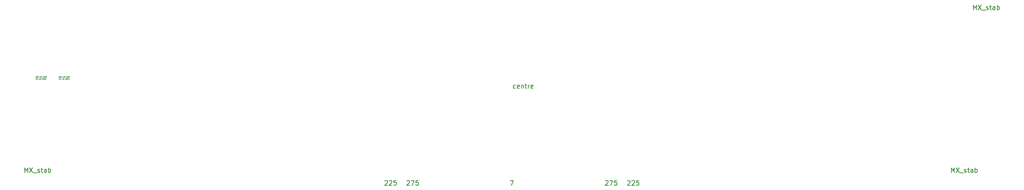
<source format=gbr>
%TF.GenerationSoftware,KiCad,Pcbnew,8.0.8*%
%TF.CreationDate,2025-02-11T12:17:45+01:00*%
%TF.ProjectId,forti rev 3,666f7274-6920-4726-9576-20332e6b6963,rev?*%
%TF.SameCoordinates,Original*%
%TF.FileFunction,Other,Comment*%
%FSLAX46Y46*%
G04 Gerber Fmt 4.6, Leading zero omitted, Abs format (unit mm)*
G04 Created by KiCad (PCBNEW 8.0.8) date 2025-02-11 12:17:45*
%MOMM*%
%LPD*%
G01*
G04 APERTURE LIST*
%ADD10C,0.150000*%
%ADD11C,0.030000*%
G04 APERTURE END LIST*
D10*
X150784100Y-69672200D02*
X150688862Y-69719819D01*
X150688862Y-69719819D02*
X150498386Y-69719819D01*
X150498386Y-69719819D02*
X150403148Y-69672200D01*
X150403148Y-69672200D02*
X150355529Y-69624580D01*
X150355529Y-69624580D02*
X150307910Y-69529342D01*
X150307910Y-69529342D02*
X150307910Y-69243628D01*
X150307910Y-69243628D02*
X150355529Y-69148390D01*
X150355529Y-69148390D02*
X150403148Y-69100771D01*
X150403148Y-69100771D02*
X150498386Y-69053152D01*
X150498386Y-69053152D02*
X150688862Y-69053152D01*
X150688862Y-69053152D02*
X150784100Y-69100771D01*
X151593624Y-69672200D02*
X151498386Y-69719819D01*
X151498386Y-69719819D02*
X151307910Y-69719819D01*
X151307910Y-69719819D02*
X151212672Y-69672200D01*
X151212672Y-69672200D02*
X151165053Y-69576961D01*
X151165053Y-69576961D02*
X151165053Y-69196009D01*
X151165053Y-69196009D02*
X151212672Y-69100771D01*
X151212672Y-69100771D02*
X151307910Y-69053152D01*
X151307910Y-69053152D02*
X151498386Y-69053152D01*
X151498386Y-69053152D02*
X151593624Y-69100771D01*
X151593624Y-69100771D02*
X151641243Y-69196009D01*
X151641243Y-69196009D02*
X151641243Y-69291247D01*
X151641243Y-69291247D02*
X151165053Y-69386485D01*
X152069815Y-69053152D02*
X152069815Y-69719819D01*
X152069815Y-69148390D02*
X152117434Y-69100771D01*
X152117434Y-69100771D02*
X152212672Y-69053152D01*
X152212672Y-69053152D02*
X152355529Y-69053152D01*
X152355529Y-69053152D02*
X152450767Y-69100771D01*
X152450767Y-69100771D02*
X152498386Y-69196009D01*
X152498386Y-69196009D02*
X152498386Y-69719819D01*
X152831720Y-69053152D02*
X153212672Y-69053152D01*
X152974577Y-68719819D02*
X152974577Y-69576961D01*
X152974577Y-69576961D02*
X153022196Y-69672200D01*
X153022196Y-69672200D02*
X153117434Y-69719819D01*
X153117434Y-69719819D02*
X153212672Y-69719819D01*
X153546006Y-69719819D02*
X153546006Y-69053152D01*
X153546006Y-69243628D02*
X153593625Y-69148390D01*
X153593625Y-69148390D02*
X153641244Y-69100771D01*
X153641244Y-69100771D02*
X153736482Y-69053152D01*
X153736482Y-69053152D02*
X153831720Y-69053152D01*
X154546006Y-69672200D02*
X154450768Y-69719819D01*
X154450768Y-69719819D02*
X154260292Y-69719819D01*
X154260292Y-69719819D02*
X154165054Y-69672200D01*
X154165054Y-69672200D02*
X154117435Y-69576961D01*
X154117435Y-69576961D02*
X154117435Y-69196009D01*
X154117435Y-69196009D02*
X154165054Y-69100771D01*
X154165054Y-69100771D02*
X154260292Y-69053152D01*
X154260292Y-69053152D02*
X154450768Y-69053152D01*
X154450768Y-69053152D02*
X154546006Y-69100771D01*
X154546006Y-69100771D02*
X154593625Y-69196009D01*
X154593625Y-69196009D02*
X154593625Y-69291247D01*
X154593625Y-69291247D02*
X154117435Y-69386485D01*
X149685417Y-89751819D02*
X150352083Y-89751819D01*
X150352083Y-89751819D02*
X149923512Y-90751819D01*
X44839285Y-87957819D02*
X44839285Y-86957819D01*
X44839285Y-86957819D02*
X45172618Y-87672104D01*
X45172618Y-87672104D02*
X45505951Y-86957819D01*
X45505951Y-86957819D02*
X45505951Y-87957819D01*
X45886904Y-86957819D02*
X46553570Y-87957819D01*
X46553570Y-86957819D02*
X45886904Y-87957819D01*
X46696428Y-88053057D02*
X47458332Y-88053057D01*
X47648809Y-87910200D02*
X47744047Y-87957819D01*
X47744047Y-87957819D02*
X47934523Y-87957819D01*
X47934523Y-87957819D02*
X48029761Y-87910200D01*
X48029761Y-87910200D02*
X48077380Y-87814961D01*
X48077380Y-87814961D02*
X48077380Y-87767342D01*
X48077380Y-87767342D02*
X48029761Y-87672104D01*
X48029761Y-87672104D02*
X47934523Y-87624485D01*
X47934523Y-87624485D02*
X47791666Y-87624485D01*
X47791666Y-87624485D02*
X47696428Y-87576866D01*
X47696428Y-87576866D02*
X47648809Y-87481628D01*
X47648809Y-87481628D02*
X47648809Y-87434009D01*
X47648809Y-87434009D02*
X47696428Y-87338771D01*
X47696428Y-87338771D02*
X47791666Y-87291152D01*
X47791666Y-87291152D02*
X47934523Y-87291152D01*
X47934523Y-87291152D02*
X48029761Y-87338771D01*
X48363095Y-87291152D02*
X48744047Y-87291152D01*
X48505952Y-86957819D02*
X48505952Y-87814961D01*
X48505952Y-87814961D02*
X48553571Y-87910200D01*
X48553571Y-87910200D02*
X48648809Y-87957819D01*
X48648809Y-87957819D02*
X48744047Y-87957819D01*
X49505952Y-87957819D02*
X49505952Y-87434009D01*
X49505952Y-87434009D02*
X49458333Y-87338771D01*
X49458333Y-87338771D02*
X49363095Y-87291152D01*
X49363095Y-87291152D02*
X49172619Y-87291152D01*
X49172619Y-87291152D02*
X49077381Y-87338771D01*
X49505952Y-87910200D02*
X49410714Y-87957819D01*
X49410714Y-87957819D02*
X49172619Y-87957819D01*
X49172619Y-87957819D02*
X49077381Y-87910200D01*
X49077381Y-87910200D02*
X49029762Y-87814961D01*
X49029762Y-87814961D02*
X49029762Y-87719723D01*
X49029762Y-87719723D02*
X49077381Y-87624485D01*
X49077381Y-87624485D02*
X49172619Y-87576866D01*
X49172619Y-87576866D02*
X49410714Y-87576866D01*
X49410714Y-87576866D02*
X49505952Y-87529247D01*
X49982143Y-87957819D02*
X49982143Y-86957819D01*
X49982143Y-87338771D02*
X50077381Y-87291152D01*
X50077381Y-87291152D02*
X50267857Y-87291152D01*
X50267857Y-87291152D02*
X50363095Y-87338771D01*
X50363095Y-87338771D02*
X50410714Y-87386390D01*
X50410714Y-87386390D02*
X50458333Y-87481628D01*
X50458333Y-87481628D02*
X50458333Y-87767342D01*
X50458333Y-87767342D02*
X50410714Y-87862580D01*
X50410714Y-87862580D02*
X50363095Y-87910200D01*
X50363095Y-87910200D02*
X50267857Y-87957819D01*
X50267857Y-87957819D02*
X50077381Y-87957819D01*
X50077381Y-87957819D02*
X49982143Y-87910200D01*
X249626785Y-52651819D02*
X249626785Y-51651819D01*
X249626785Y-51651819D02*
X249960118Y-52366104D01*
X249960118Y-52366104D02*
X250293451Y-51651819D01*
X250293451Y-51651819D02*
X250293451Y-52651819D01*
X250674404Y-51651819D02*
X251341070Y-52651819D01*
X251341070Y-51651819D02*
X250674404Y-52651819D01*
X251483928Y-52747057D02*
X252245832Y-52747057D01*
X252436309Y-52604200D02*
X252531547Y-52651819D01*
X252531547Y-52651819D02*
X252722023Y-52651819D01*
X252722023Y-52651819D02*
X252817261Y-52604200D01*
X252817261Y-52604200D02*
X252864880Y-52508961D01*
X252864880Y-52508961D02*
X252864880Y-52461342D01*
X252864880Y-52461342D02*
X252817261Y-52366104D01*
X252817261Y-52366104D02*
X252722023Y-52318485D01*
X252722023Y-52318485D02*
X252579166Y-52318485D01*
X252579166Y-52318485D02*
X252483928Y-52270866D01*
X252483928Y-52270866D02*
X252436309Y-52175628D01*
X252436309Y-52175628D02*
X252436309Y-52128009D01*
X252436309Y-52128009D02*
X252483928Y-52032771D01*
X252483928Y-52032771D02*
X252579166Y-51985152D01*
X252579166Y-51985152D02*
X252722023Y-51985152D01*
X252722023Y-51985152D02*
X252817261Y-52032771D01*
X253150595Y-51985152D02*
X253531547Y-51985152D01*
X253293452Y-51651819D02*
X253293452Y-52508961D01*
X253293452Y-52508961D02*
X253341071Y-52604200D01*
X253341071Y-52604200D02*
X253436309Y-52651819D01*
X253436309Y-52651819D02*
X253531547Y-52651819D01*
X254293452Y-52651819D02*
X254293452Y-52128009D01*
X254293452Y-52128009D02*
X254245833Y-52032771D01*
X254245833Y-52032771D02*
X254150595Y-51985152D01*
X254150595Y-51985152D02*
X253960119Y-51985152D01*
X253960119Y-51985152D02*
X253864881Y-52032771D01*
X254293452Y-52604200D02*
X254198214Y-52651819D01*
X254198214Y-52651819D02*
X253960119Y-52651819D01*
X253960119Y-52651819D02*
X253864881Y-52604200D01*
X253864881Y-52604200D02*
X253817262Y-52508961D01*
X253817262Y-52508961D02*
X253817262Y-52413723D01*
X253817262Y-52413723D02*
X253864881Y-52318485D01*
X253864881Y-52318485D02*
X253960119Y-52270866D01*
X253960119Y-52270866D02*
X254198214Y-52270866D01*
X254198214Y-52270866D02*
X254293452Y-52223247D01*
X254769643Y-52651819D02*
X254769643Y-51651819D01*
X254769643Y-52032771D02*
X254864881Y-51985152D01*
X254864881Y-51985152D02*
X255055357Y-51985152D01*
X255055357Y-51985152D02*
X255150595Y-52032771D01*
X255150595Y-52032771D02*
X255198214Y-52080390D01*
X255198214Y-52080390D02*
X255245833Y-52175628D01*
X255245833Y-52175628D02*
X255245833Y-52461342D01*
X255245833Y-52461342D02*
X255198214Y-52556580D01*
X255198214Y-52556580D02*
X255150595Y-52604200D01*
X255150595Y-52604200D02*
X255055357Y-52651819D01*
X255055357Y-52651819D02*
X254864881Y-52651819D01*
X254864881Y-52651819D02*
X254769643Y-52604200D01*
X122586905Y-89847057D02*
X122634524Y-89799438D01*
X122634524Y-89799438D02*
X122729762Y-89751819D01*
X122729762Y-89751819D02*
X122967857Y-89751819D01*
X122967857Y-89751819D02*
X123063095Y-89799438D01*
X123063095Y-89799438D02*
X123110714Y-89847057D01*
X123110714Y-89847057D02*
X123158333Y-89942295D01*
X123158333Y-89942295D02*
X123158333Y-90037533D01*
X123158333Y-90037533D02*
X123110714Y-90180390D01*
X123110714Y-90180390D02*
X122539286Y-90751819D01*
X122539286Y-90751819D02*
X123158333Y-90751819D01*
X123539286Y-89847057D02*
X123586905Y-89799438D01*
X123586905Y-89799438D02*
X123682143Y-89751819D01*
X123682143Y-89751819D02*
X123920238Y-89751819D01*
X123920238Y-89751819D02*
X124015476Y-89799438D01*
X124015476Y-89799438D02*
X124063095Y-89847057D01*
X124063095Y-89847057D02*
X124110714Y-89942295D01*
X124110714Y-89942295D02*
X124110714Y-90037533D01*
X124110714Y-90037533D02*
X124063095Y-90180390D01*
X124063095Y-90180390D02*
X123491667Y-90751819D01*
X123491667Y-90751819D02*
X124110714Y-90751819D01*
X125015476Y-89751819D02*
X124539286Y-89751819D01*
X124539286Y-89751819D02*
X124491667Y-90228009D01*
X124491667Y-90228009D02*
X124539286Y-90180390D01*
X124539286Y-90180390D02*
X124634524Y-90132771D01*
X124634524Y-90132771D02*
X124872619Y-90132771D01*
X124872619Y-90132771D02*
X124967857Y-90180390D01*
X124967857Y-90180390D02*
X125015476Y-90228009D01*
X125015476Y-90228009D02*
X125063095Y-90323247D01*
X125063095Y-90323247D02*
X125063095Y-90561342D01*
X125063095Y-90561342D02*
X125015476Y-90656580D01*
X125015476Y-90656580D02*
X124967857Y-90704200D01*
X124967857Y-90704200D02*
X124872619Y-90751819D01*
X124872619Y-90751819D02*
X124634524Y-90751819D01*
X124634524Y-90751819D02*
X124539286Y-90704200D01*
X124539286Y-90704200D02*
X124491667Y-90656580D01*
X174974405Y-89847057D02*
X175022024Y-89799438D01*
X175022024Y-89799438D02*
X175117262Y-89751819D01*
X175117262Y-89751819D02*
X175355357Y-89751819D01*
X175355357Y-89751819D02*
X175450595Y-89799438D01*
X175450595Y-89799438D02*
X175498214Y-89847057D01*
X175498214Y-89847057D02*
X175545833Y-89942295D01*
X175545833Y-89942295D02*
X175545833Y-90037533D01*
X175545833Y-90037533D02*
X175498214Y-90180390D01*
X175498214Y-90180390D02*
X174926786Y-90751819D01*
X174926786Y-90751819D02*
X175545833Y-90751819D01*
X175926786Y-89847057D02*
X175974405Y-89799438D01*
X175974405Y-89799438D02*
X176069643Y-89751819D01*
X176069643Y-89751819D02*
X176307738Y-89751819D01*
X176307738Y-89751819D02*
X176402976Y-89799438D01*
X176402976Y-89799438D02*
X176450595Y-89847057D01*
X176450595Y-89847057D02*
X176498214Y-89942295D01*
X176498214Y-89942295D02*
X176498214Y-90037533D01*
X176498214Y-90037533D02*
X176450595Y-90180390D01*
X176450595Y-90180390D02*
X175879167Y-90751819D01*
X175879167Y-90751819D02*
X176498214Y-90751819D01*
X177402976Y-89751819D02*
X176926786Y-89751819D01*
X176926786Y-89751819D02*
X176879167Y-90228009D01*
X176879167Y-90228009D02*
X176926786Y-90180390D01*
X176926786Y-90180390D02*
X177022024Y-90132771D01*
X177022024Y-90132771D02*
X177260119Y-90132771D01*
X177260119Y-90132771D02*
X177355357Y-90180390D01*
X177355357Y-90180390D02*
X177402976Y-90228009D01*
X177402976Y-90228009D02*
X177450595Y-90323247D01*
X177450595Y-90323247D02*
X177450595Y-90561342D01*
X177450595Y-90561342D02*
X177402976Y-90656580D01*
X177402976Y-90656580D02*
X177355357Y-90704200D01*
X177355357Y-90704200D02*
X177260119Y-90751819D01*
X177260119Y-90751819D02*
X177022024Y-90751819D01*
X177022024Y-90751819D02*
X176926786Y-90704200D01*
X176926786Y-90704200D02*
X176879167Y-90656580D01*
X170211905Y-89847057D02*
X170259524Y-89799438D01*
X170259524Y-89799438D02*
X170354762Y-89751819D01*
X170354762Y-89751819D02*
X170592857Y-89751819D01*
X170592857Y-89751819D02*
X170688095Y-89799438D01*
X170688095Y-89799438D02*
X170735714Y-89847057D01*
X170735714Y-89847057D02*
X170783333Y-89942295D01*
X170783333Y-89942295D02*
X170783333Y-90037533D01*
X170783333Y-90037533D02*
X170735714Y-90180390D01*
X170735714Y-90180390D02*
X170164286Y-90751819D01*
X170164286Y-90751819D02*
X170783333Y-90751819D01*
X171116667Y-89751819D02*
X171783333Y-89751819D01*
X171783333Y-89751819D02*
X171354762Y-90751819D01*
X172640476Y-89751819D02*
X172164286Y-89751819D01*
X172164286Y-89751819D02*
X172116667Y-90228009D01*
X172116667Y-90228009D02*
X172164286Y-90180390D01*
X172164286Y-90180390D02*
X172259524Y-90132771D01*
X172259524Y-90132771D02*
X172497619Y-90132771D01*
X172497619Y-90132771D02*
X172592857Y-90180390D01*
X172592857Y-90180390D02*
X172640476Y-90228009D01*
X172640476Y-90228009D02*
X172688095Y-90323247D01*
X172688095Y-90323247D02*
X172688095Y-90561342D01*
X172688095Y-90561342D02*
X172640476Y-90656580D01*
X172640476Y-90656580D02*
X172592857Y-90704200D01*
X172592857Y-90704200D02*
X172497619Y-90751819D01*
X172497619Y-90751819D02*
X172259524Y-90751819D01*
X172259524Y-90751819D02*
X172164286Y-90704200D01*
X172164286Y-90704200D02*
X172116667Y-90656580D01*
X127349405Y-89847057D02*
X127397024Y-89799438D01*
X127397024Y-89799438D02*
X127492262Y-89751819D01*
X127492262Y-89751819D02*
X127730357Y-89751819D01*
X127730357Y-89751819D02*
X127825595Y-89799438D01*
X127825595Y-89799438D02*
X127873214Y-89847057D01*
X127873214Y-89847057D02*
X127920833Y-89942295D01*
X127920833Y-89942295D02*
X127920833Y-90037533D01*
X127920833Y-90037533D02*
X127873214Y-90180390D01*
X127873214Y-90180390D02*
X127301786Y-90751819D01*
X127301786Y-90751819D02*
X127920833Y-90751819D01*
X128254167Y-89751819D02*
X128920833Y-89751819D01*
X128920833Y-89751819D02*
X128492262Y-90751819D01*
X129777976Y-89751819D02*
X129301786Y-89751819D01*
X129301786Y-89751819D02*
X129254167Y-90228009D01*
X129254167Y-90228009D02*
X129301786Y-90180390D01*
X129301786Y-90180390D02*
X129397024Y-90132771D01*
X129397024Y-90132771D02*
X129635119Y-90132771D01*
X129635119Y-90132771D02*
X129730357Y-90180390D01*
X129730357Y-90180390D02*
X129777976Y-90228009D01*
X129777976Y-90228009D02*
X129825595Y-90323247D01*
X129825595Y-90323247D02*
X129825595Y-90561342D01*
X129825595Y-90561342D02*
X129777976Y-90656580D01*
X129777976Y-90656580D02*
X129730357Y-90704200D01*
X129730357Y-90704200D02*
X129635119Y-90751819D01*
X129635119Y-90751819D02*
X129397024Y-90751819D01*
X129397024Y-90751819D02*
X129301786Y-90704200D01*
X129301786Y-90704200D02*
X129254167Y-90656580D01*
X244864285Y-87957819D02*
X244864285Y-86957819D01*
X244864285Y-86957819D02*
X245197618Y-87672104D01*
X245197618Y-87672104D02*
X245530951Y-86957819D01*
X245530951Y-86957819D02*
X245530951Y-87957819D01*
X245911904Y-86957819D02*
X246578570Y-87957819D01*
X246578570Y-86957819D02*
X245911904Y-87957819D01*
X246721428Y-88053057D02*
X247483332Y-88053057D01*
X247673809Y-87910200D02*
X247769047Y-87957819D01*
X247769047Y-87957819D02*
X247959523Y-87957819D01*
X247959523Y-87957819D02*
X248054761Y-87910200D01*
X248054761Y-87910200D02*
X248102380Y-87814961D01*
X248102380Y-87814961D02*
X248102380Y-87767342D01*
X248102380Y-87767342D02*
X248054761Y-87672104D01*
X248054761Y-87672104D02*
X247959523Y-87624485D01*
X247959523Y-87624485D02*
X247816666Y-87624485D01*
X247816666Y-87624485D02*
X247721428Y-87576866D01*
X247721428Y-87576866D02*
X247673809Y-87481628D01*
X247673809Y-87481628D02*
X247673809Y-87434009D01*
X247673809Y-87434009D02*
X247721428Y-87338771D01*
X247721428Y-87338771D02*
X247816666Y-87291152D01*
X247816666Y-87291152D02*
X247959523Y-87291152D01*
X247959523Y-87291152D02*
X248054761Y-87338771D01*
X248388095Y-87291152D02*
X248769047Y-87291152D01*
X248530952Y-86957819D02*
X248530952Y-87814961D01*
X248530952Y-87814961D02*
X248578571Y-87910200D01*
X248578571Y-87910200D02*
X248673809Y-87957819D01*
X248673809Y-87957819D02*
X248769047Y-87957819D01*
X249530952Y-87957819D02*
X249530952Y-87434009D01*
X249530952Y-87434009D02*
X249483333Y-87338771D01*
X249483333Y-87338771D02*
X249388095Y-87291152D01*
X249388095Y-87291152D02*
X249197619Y-87291152D01*
X249197619Y-87291152D02*
X249102381Y-87338771D01*
X249530952Y-87910200D02*
X249435714Y-87957819D01*
X249435714Y-87957819D02*
X249197619Y-87957819D01*
X249197619Y-87957819D02*
X249102381Y-87910200D01*
X249102381Y-87910200D02*
X249054762Y-87814961D01*
X249054762Y-87814961D02*
X249054762Y-87719723D01*
X249054762Y-87719723D02*
X249102381Y-87624485D01*
X249102381Y-87624485D02*
X249197619Y-87576866D01*
X249197619Y-87576866D02*
X249435714Y-87576866D01*
X249435714Y-87576866D02*
X249530952Y-87529247D01*
X250007143Y-87957819D02*
X250007143Y-86957819D01*
X250007143Y-87338771D02*
X250102381Y-87291152D01*
X250102381Y-87291152D02*
X250292857Y-87291152D01*
X250292857Y-87291152D02*
X250388095Y-87338771D01*
X250388095Y-87338771D02*
X250435714Y-87386390D01*
X250435714Y-87386390D02*
X250483333Y-87481628D01*
X250483333Y-87481628D02*
X250483333Y-87767342D01*
X250483333Y-87767342D02*
X250435714Y-87862580D01*
X250435714Y-87862580D02*
X250388095Y-87910200D01*
X250388095Y-87910200D02*
X250292857Y-87957819D01*
X250292857Y-87957819D02*
X250102381Y-87957819D01*
X250102381Y-87957819D02*
X250007143Y-87910200D01*
D11*
X47219047Y-67759713D02*
X47219047Y-67559713D01*
X47219047Y-67559713D02*
X47333332Y-67759713D01*
X47333332Y-67759713D02*
X47333332Y-67559713D01*
X47457142Y-67759713D02*
X47438094Y-67750190D01*
X47438094Y-67750190D02*
X47428571Y-67740666D01*
X47428571Y-67740666D02*
X47419047Y-67721618D01*
X47419047Y-67721618D02*
X47419047Y-67664475D01*
X47419047Y-67664475D02*
X47428571Y-67645428D01*
X47428571Y-67645428D02*
X47438094Y-67635904D01*
X47438094Y-67635904D02*
X47457142Y-67626380D01*
X47457142Y-67626380D02*
X47485713Y-67626380D01*
X47485713Y-67626380D02*
X47504761Y-67635904D01*
X47504761Y-67635904D02*
X47514285Y-67645428D01*
X47514285Y-67645428D02*
X47523809Y-67664475D01*
X47523809Y-67664475D02*
X47523809Y-67721618D01*
X47523809Y-67721618D02*
X47514285Y-67740666D01*
X47514285Y-67740666D02*
X47504761Y-67750190D01*
X47504761Y-67750190D02*
X47485713Y-67759713D01*
X47485713Y-67759713D02*
X47457142Y-67759713D01*
X47828570Y-67654951D02*
X47761904Y-67654951D01*
X47761904Y-67759713D02*
X47761904Y-67559713D01*
X47761904Y-67559713D02*
X47857142Y-67559713D01*
X47933333Y-67740666D02*
X47942856Y-67750190D01*
X47942856Y-67750190D02*
X47933333Y-67759713D01*
X47933333Y-67759713D02*
X47923809Y-67750190D01*
X47923809Y-67750190D02*
X47933333Y-67740666D01*
X47933333Y-67740666D02*
X47933333Y-67759713D01*
X48142856Y-67740666D02*
X48133332Y-67750190D01*
X48133332Y-67750190D02*
X48104761Y-67759713D01*
X48104761Y-67759713D02*
X48085713Y-67759713D01*
X48085713Y-67759713D02*
X48057142Y-67750190D01*
X48057142Y-67750190D02*
X48038094Y-67731142D01*
X48038094Y-67731142D02*
X48028571Y-67712094D01*
X48028571Y-67712094D02*
X48019047Y-67673999D01*
X48019047Y-67673999D02*
X48019047Y-67645428D01*
X48019047Y-67645428D02*
X48028571Y-67607332D01*
X48028571Y-67607332D02*
X48038094Y-67588285D01*
X48038094Y-67588285D02*
X48057142Y-67569237D01*
X48057142Y-67569237D02*
X48085713Y-67559713D01*
X48085713Y-67559713D02*
X48104761Y-67559713D01*
X48104761Y-67559713D02*
X48133332Y-67569237D01*
X48133332Y-67569237D02*
X48142856Y-67578761D01*
X48314285Y-67626380D02*
X48314285Y-67759713D01*
X48228571Y-67626380D02*
X48228571Y-67731142D01*
X48228571Y-67731142D02*
X48238094Y-67750190D01*
X48238094Y-67750190D02*
X48257142Y-67759713D01*
X48257142Y-67759713D02*
X48285713Y-67759713D01*
X48285713Y-67759713D02*
X48304761Y-67750190D01*
X48304761Y-67750190D02*
X48314285Y-67740666D01*
X48533332Y-67626380D02*
X48609523Y-67626380D01*
X48561904Y-67559713D02*
X48561904Y-67731142D01*
X48561904Y-67731142D02*
X48571427Y-67750190D01*
X48571427Y-67750190D02*
X48590475Y-67759713D01*
X48590475Y-67759713D02*
X48609523Y-67759713D01*
X48676190Y-67759713D02*
X48676190Y-67626380D01*
X48676190Y-67664475D02*
X48685713Y-67645428D01*
X48685713Y-67645428D02*
X48695237Y-67635904D01*
X48695237Y-67635904D02*
X48714285Y-67626380D01*
X48714285Y-67626380D02*
X48733332Y-67626380D01*
X48885714Y-67759713D02*
X48885714Y-67654951D01*
X48885714Y-67654951D02*
X48876190Y-67635904D01*
X48876190Y-67635904D02*
X48857142Y-67626380D01*
X48857142Y-67626380D02*
X48819047Y-67626380D01*
X48819047Y-67626380D02*
X48800000Y-67635904D01*
X48885714Y-67750190D02*
X48866666Y-67759713D01*
X48866666Y-67759713D02*
X48819047Y-67759713D01*
X48819047Y-67759713D02*
X48800000Y-67750190D01*
X48800000Y-67750190D02*
X48790476Y-67731142D01*
X48790476Y-67731142D02*
X48790476Y-67712094D01*
X48790476Y-67712094D02*
X48800000Y-67693047D01*
X48800000Y-67693047D02*
X48819047Y-67683523D01*
X48819047Y-67683523D02*
X48866666Y-67683523D01*
X48866666Y-67683523D02*
X48885714Y-67673999D01*
X49066666Y-67750190D02*
X49047618Y-67759713D01*
X49047618Y-67759713D02*
X49009523Y-67759713D01*
X49009523Y-67759713D02*
X48990475Y-67750190D01*
X48990475Y-67750190D02*
X48980952Y-67740666D01*
X48980952Y-67740666D02*
X48971428Y-67721618D01*
X48971428Y-67721618D02*
X48971428Y-67664475D01*
X48971428Y-67664475D02*
X48980952Y-67645428D01*
X48980952Y-67645428D02*
X48990475Y-67635904D01*
X48990475Y-67635904D02*
X49009523Y-67626380D01*
X49009523Y-67626380D02*
X49047618Y-67626380D01*
X49047618Y-67626380D02*
X49066666Y-67635904D01*
X49152381Y-67759713D02*
X49152381Y-67559713D01*
X49171428Y-67683523D02*
X49228571Y-67759713D01*
X49228571Y-67626380D02*
X49152381Y-67702570D01*
X49304762Y-67750190D02*
X49323809Y-67759713D01*
X49323809Y-67759713D02*
X49361905Y-67759713D01*
X49361905Y-67759713D02*
X49380952Y-67750190D01*
X49380952Y-67750190D02*
X49390476Y-67731142D01*
X49390476Y-67731142D02*
X49390476Y-67721618D01*
X49390476Y-67721618D02*
X49380952Y-67702570D01*
X49380952Y-67702570D02*
X49361905Y-67693047D01*
X49361905Y-67693047D02*
X49333333Y-67693047D01*
X49333333Y-67693047D02*
X49314286Y-67683523D01*
X49314286Y-67683523D02*
X49304762Y-67664475D01*
X49304762Y-67664475D02*
X49304762Y-67654951D01*
X49304762Y-67654951D02*
X49314286Y-67635904D01*
X49314286Y-67635904D02*
X49333333Y-67626380D01*
X49333333Y-67626380D02*
X49361905Y-67626380D01*
X49361905Y-67626380D02*
X49380952Y-67635904D01*
X52085715Y-67359713D02*
X52085715Y-67159713D01*
X52200000Y-67359713D02*
X52114286Y-67245428D01*
X52200000Y-67159713D02*
X52085715Y-67273999D01*
X52285715Y-67254951D02*
X52352381Y-67254951D01*
X52380953Y-67359713D02*
X52285715Y-67359713D01*
X52285715Y-67359713D02*
X52285715Y-67159713D01*
X52285715Y-67159713D02*
X52380953Y-67159713D01*
X52466667Y-67254951D02*
X52533333Y-67254951D01*
X52561905Y-67359713D02*
X52466667Y-67359713D01*
X52466667Y-67359713D02*
X52466667Y-67159713D01*
X52466667Y-67159713D02*
X52561905Y-67159713D01*
X52647619Y-67359713D02*
X52647619Y-67159713D01*
X52647619Y-67159713D02*
X52723809Y-67159713D01*
X52723809Y-67159713D02*
X52742857Y-67169237D01*
X52742857Y-67169237D02*
X52752380Y-67178761D01*
X52752380Y-67178761D02*
X52761904Y-67197809D01*
X52761904Y-67197809D02*
X52761904Y-67226380D01*
X52761904Y-67226380D02*
X52752380Y-67245428D01*
X52752380Y-67245428D02*
X52742857Y-67254951D01*
X52742857Y-67254951D02*
X52723809Y-67264475D01*
X52723809Y-67264475D02*
X52647619Y-67264475D01*
X52847619Y-67283523D02*
X53000000Y-67283523D01*
X53133333Y-67159713D02*
X53171428Y-67159713D01*
X53171428Y-67159713D02*
X53190476Y-67169237D01*
X53190476Y-67169237D02*
X53209523Y-67188285D01*
X53209523Y-67188285D02*
X53219047Y-67226380D01*
X53219047Y-67226380D02*
X53219047Y-67293047D01*
X53219047Y-67293047D02*
X53209523Y-67331142D01*
X53209523Y-67331142D02*
X53190476Y-67350190D01*
X53190476Y-67350190D02*
X53171428Y-67359713D01*
X53171428Y-67359713D02*
X53133333Y-67359713D01*
X53133333Y-67359713D02*
X53114285Y-67350190D01*
X53114285Y-67350190D02*
X53095238Y-67331142D01*
X53095238Y-67331142D02*
X53085714Y-67293047D01*
X53085714Y-67293047D02*
X53085714Y-67226380D01*
X53085714Y-67226380D02*
X53095238Y-67188285D01*
X53095238Y-67188285D02*
X53114285Y-67169237D01*
X53114285Y-67169237D02*
X53133333Y-67159713D01*
X53304762Y-67159713D02*
X53304762Y-67321618D01*
X53304762Y-67321618D02*
X53314285Y-67340666D01*
X53314285Y-67340666D02*
X53323809Y-67350190D01*
X53323809Y-67350190D02*
X53342857Y-67359713D01*
X53342857Y-67359713D02*
X53380952Y-67359713D01*
X53380952Y-67359713D02*
X53400000Y-67350190D01*
X53400000Y-67350190D02*
X53409523Y-67340666D01*
X53409523Y-67340666D02*
X53419047Y-67321618D01*
X53419047Y-67321618D02*
X53419047Y-67159713D01*
X53485714Y-67159713D02*
X53600000Y-67159713D01*
X53542857Y-67359713D02*
X53542857Y-67159713D01*
X53800000Y-67159713D02*
X53933333Y-67159713D01*
X53933333Y-67159713D02*
X53800000Y-67359713D01*
X53800000Y-67359713D02*
X53933333Y-67359713D01*
X54047619Y-67159713D02*
X54085714Y-67159713D01*
X54085714Y-67159713D02*
X54104762Y-67169237D01*
X54104762Y-67169237D02*
X54123809Y-67188285D01*
X54123809Y-67188285D02*
X54133333Y-67226380D01*
X54133333Y-67226380D02*
X54133333Y-67293047D01*
X54133333Y-67293047D02*
X54123809Y-67331142D01*
X54123809Y-67331142D02*
X54104762Y-67350190D01*
X54104762Y-67350190D02*
X54085714Y-67359713D01*
X54085714Y-67359713D02*
X54047619Y-67359713D01*
X54047619Y-67359713D02*
X54028571Y-67350190D01*
X54028571Y-67350190D02*
X54009524Y-67331142D01*
X54009524Y-67331142D02*
X54000000Y-67293047D01*
X54000000Y-67293047D02*
X54000000Y-67226380D01*
X54000000Y-67226380D02*
X54009524Y-67188285D01*
X54009524Y-67188285D02*
X54028571Y-67169237D01*
X54028571Y-67169237D02*
X54047619Y-67159713D01*
X54219048Y-67359713D02*
X54219048Y-67159713D01*
X54219048Y-67159713D02*
X54333333Y-67359713D01*
X54333333Y-67359713D02*
X54333333Y-67159713D01*
X54428572Y-67254951D02*
X54495238Y-67254951D01*
X54523810Y-67359713D02*
X54428572Y-67359713D01*
X54428572Y-67359713D02*
X54428572Y-67159713D01*
X54428572Y-67159713D02*
X54523810Y-67159713D01*
X47085715Y-67359713D02*
X47085715Y-67159713D01*
X47200000Y-67359713D02*
X47114286Y-67245428D01*
X47200000Y-67159713D02*
X47085715Y-67273999D01*
X47285715Y-67254951D02*
X47352381Y-67254951D01*
X47380953Y-67359713D02*
X47285715Y-67359713D01*
X47285715Y-67359713D02*
X47285715Y-67159713D01*
X47285715Y-67159713D02*
X47380953Y-67159713D01*
X47466667Y-67254951D02*
X47533333Y-67254951D01*
X47561905Y-67359713D02*
X47466667Y-67359713D01*
X47466667Y-67359713D02*
X47466667Y-67159713D01*
X47466667Y-67159713D02*
X47561905Y-67159713D01*
X47647619Y-67359713D02*
X47647619Y-67159713D01*
X47647619Y-67159713D02*
X47723809Y-67159713D01*
X47723809Y-67159713D02*
X47742857Y-67169237D01*
X47742857Y-67169237D02*
X47752380Y-67178761D01*
X47752380Y-67178761D02*
X47761904Y-67197809D01*
X47761904Y-67197809D02*
X47761904Y-67226380D01*
X47761904Y-67226380D02*
X47752380Y-67245428D01*
X47752380Y-67245428D02*
X47742857Y-67254951D01*
X47742857Y-67254951D02*
X47723809Y-67264475D01*
X47723809Y-67264475D02*
X47647619Y-67264475D01*
X47847619Y-67283523D02*
X48000000Y-67283523D01*
X48133333Y-67159713D02*
X48171428Y-67159713D01*
X48171428Y-67159713D02*
X48190476Y-67169237D01*
X48190476Y-67169237D02*
X48209523Y-67188285D01*
X48209523Y-67188285D02*
X48219047Y-67226380D01*
X48219047Y-67226380D02*
X48219047Y-67293047D01*
X48219047Y-67293047D02*
X48209523Y-67331142D01*
X48209523Y-67331142D02*
X48190476Y-67350190D01*
X48190476Y-67350190D02*
X48171428Y-67359713D01*
X48171428Y-67359713D02*
X48133333Y-67359713D01*
X48133333Y-67359713D02*
X48114285Y-67350190D01*
X48114285Y-67350190D02*
X48095238Y-67331142D01*
X48095238Y-67331142D02*
X48085714Y-67293047D01*
X48085714Y-67293047D02*
X48085714Y-67226380D01*
X48085714Y-67226380D02*
X48095238Y-67188285D01*
X48095238Y-67188285D02*
X48114285Y-67169237D01*
X48114285Y-67169237D02*
X48133333Y-67159713D01*
X48304762Y-67159713D02*
X48304762Y-67321618D01*
X48304762Y-67321618D02*
X48314285Y-67340666D01*
X48314285Y-67340666D02*
X48323809Y-67350190D01*
X48323809Y-67350190D02*
X48342857Y-67359713D01*
X48342857Y-67359713D02*
X48380952Y-67359713D01*
X48380952Y-67359713D02*
X48400000Y-67350190D01*
X48400000Y-67350190D02*
X48409523Y-67340666D01*
X48409523Y-67340666D02*
X48419047Y-67321618D01*
X48419047Y-67321618D02*
X48419047Y-67159713D01*
X48485714Y-67159713D02*
X48600000Y-67159713D01*
X48542857Y-67359713D02*
X48542857Y-67159713D01*
X48800000Y-67159713D02*
X48933333Y-67159713D01*
X48933333Y-67159713D02*
X48800000Y-67359713D01*
X48800000Y-67359713D02*
X48933333Y-67359713D01*
X49047619Y-67159713D02*
X49085714Y-67159713D01*
X49085714Y-67159713D02*
X49104762Y-67169237D01*
X49104762Y-67169237D02*
X49123809Y-67188285D01*
X49123809Y-67188285D02*
X49133333Y-67226380D01*
X49133333Y-67226380D02*
X49133333Y-67293047D01*
X49133333Y-67293047D02*
X49123809Y-67331142D01*
X49123809Y-67331142D02*
X49104762Y-67350190D01*
X49104762Y-67350190D02*
X49085714Y-67359713D01*
X49085714Y-67359713D02*
X49047619Y-67359713D01*
X49047619Y-67359713D02*
X49028571Y-67350190D01*
X49028571Y-67350190D02*
X49009524Y-67331142D01*
X49009524Y-67331142D02*
X49000000Y-67293047D01*
X49000000Y-67293047D02*
X49000000Y-67226380D01*
X49000000Y-67226380D02*
X49009524Y-67188285D01*
X49009524Y-67188285D02*
X49028571Y-67169237D01*
X49028571Y-67169237D02*
X49047619Y-67159713D01*
X49219048Y-67359713D02*
X49219048Y-67159713D01*
X49219048Y-67159713D02*
X49333333Y-67359713D01*
X49333333Y-67359713D02*
X49333333Y-67159713D01*
X49428572Y-67254951D02*
X49495238Y-67254951D01*
X49523810Y-67359713D02*
X49428572Y-67359713D01*
X49428572Y-67359713D02*
X49428572Y-67159713D01*
X49428572Y-67159713D02*
X49523810Y-67159713D01*
X52219047Y-67759713D02*
X52219047Y-67559713D01*
X52219047Y-67559713D02*
X52333332Y-67759713D01*
X52333332Y-67759713D02*
X52333332Y-67559713D01*
X52457142Y-67759713D02*
X52438094Y-67750190D01*
X52438094Y-67750190D02*
X52428571Y-67740666D01*
X52428571Y-67740666D02*
X52419047Y-67721618D01*
X52419047Y-67721618D02*
X52419047Y-67664475D01*
X52419047Y-67664475D02*
X52428571Y-67645428D01*
X52428571Y-67645428D02*
X52438094Y-67635904D01*
X52438094Y-67635904D02*
X52457142Y-67626380D01*
X52457142Y-67626380D02*
X52485713Y-67626380D01*
X52485713Y-67626380D02*
X52504761Y-67635904D01*
X52504761Y-67635904D02*
X52514285Y-67645428D01*
X52514285Y-67645428D02*
X52523809Y-67664475D01*
X52523809Y-67664475D02*
X52523809Y-67721618D01*
X52523809Y-67721618D02*
X52514285Y-67740666D01*
X52514285Y-67740666D02*
X52504761Y-67750190D01*
X52504761Y-67750190D02*
X52485713Y-67759713D01*
X52485713Y-67759713D02*
X52457142Y-67759713D01*
X52828570Y-67654951D02*
X52761904Y-67654951D01*
X52761904Y-67759713D02*
X52761904Y-67559713D01*
X52761904Y-67559713D02*
X52857142Y-67559713D01*
X52933333Y-67740666D02*
X52942856Y-67750190D01*
X52942856Y-67750190D02*
X52933333Y-67759713D01*
X52933333Y-67759713D02*
X52923809Y-67750190D01*
X52923809Y-67750190D02*
X52933333Y-67740666D01*
X52933333Y-67740666D02*
X52933333Y-67759713D01*
X53142856Y-67740666D02*
X53133332Y-67750190D01*
X53133332Y-67750190D02*
X53104761Y-67759713D01*
X53104761Y-67759713D02*
X53085713Y-67759713D01*
X53085713Y-67759713D02*
X53057142Y-67750190D01*
X53057142Y-67750190D02*
X53038094Y-67731142D01*
X53038094Y-67731142D02*
X53028571Y-67712094D01*
X53028571Y-67712094D02*
X53019047Y-67673999D01*
X53019047Y-67673999D02*
X53019047Y-67645428D01*
X53019047Y-67645428D02*
X53028571Y-67607332D01*
X53028571Y-67607332D02*
X53038094Y-67588285D01*
X53038094Y-67588285D02*
X53057142Y-67569237D01*
X53057142Y-67569237D02*
X53085713Y-67559713D01*
X53085713Y-67559713D02*
X53104761Y-67559713D01*
X53104761Y-67559713D02*
X53133332Y-67569237D01*
X53133332Y-67569237D02*
X53142856Y-67578761D01*
X53314285Y-67626380D02*
X53314285Y-67759713D01*
X53228571Y-67626380D02*
X53228571Y-67731142D01*
X53228571Y-67731142D02*
X53238094Y-67750190D01*
X53238094Y-67750190D02*
X53257142Y-67759713D01*
X53257142Y-67759713D02*
X53285713Y-67759713D01*
X53285713Y-67759713D02*
X53304761Y-67750190D01*
X53304761Y-67750190D02*
X53314285Y-67740666D01*
X53533332Y-67626380D02*
X53609523Y-67626380D01*
X53561904Y-67559713D02*
X53561904Y-67731142D01*
X53561904Y-67731142D02*
X53571427Y-67750190D01*
X53571427Y-67750190D02*
X53590475Y-67759713D01*
X53590475Y-67759713D02*
X53609523Y-67759713D01*
X53676190Y-67759713D02*
X53676190Y-67626380D01*
X53676190Y-67664475D02*
X53685713Y-67645428D01*
X53685713Y-67645428D02*
X53695237Y-67635904D01*
X53695237Y-67635904D02*
X53714285Y-67626380D01*
X53714285Y-67626380D02*
X53733332Y-67626380D01*
X53885714Y-67759713D02*
X53885714Y-67654951D01*
X53885714Y-67654951D02*
X53876190Y-67635904D01*
X53876190Y-67635904D02*
X53857142Y-67626380D01*
X53857142Y-67626380D02*
X53819047Y-67626380D01*
X53819047Y-67626380D02*
X53800000Y-67635904D01*
X53885714Y-67750190D02*
X53866666Y-67759713D01*
X53866666Y-67759713D02*
X53819047Y-67759713D01*
X53819047Y-67759713D02*
X53800000Y-67750190D01*
X53800000Y-67750190D02*
X53790476Y-67731142D01*
X53790476Y-67731142D02*
X53790476Y-67712094D01*
X53790476Y-67712094D02*
X53800000Y-67693047D01*
X53800000Y-67693047D02*
X53819047Y-67683523D01*
X53819047Y-67683523D02*
X53866666Y-67683523D01*
X53866666Y-67683523D02*
X53885714Y-67673999D01*
X54066666Y-67750190D02*
X54047618Y-67759713D01*
X54047618Y-67759713D02*
X54009523Y-67759713D01*
X54009523Y-67759713D02*
X53990475Y-67750190D01*
X53990475Y-67750190D02*
X53980952Y-67740666D01*
X53980952Y-67740666D02*
X53971428Y-67721618D01*
X53971428Y-67721618D02*
X53971428Y-67664475D01*
X53971428Y-67664475D02*
X53980952Y-67645428D01*
X53980952Y-67645428D02*
X53990475Y-67635904D01*
X53990475Y-67635904D02*
X54009523Y-67626380D01*
X54009523Y-67626380D02*
X54047618Y-67626380D01*
X54047618Y-67626380D02*
X54066666Y-67635904D01*
X54152381Y-67759713D02*
X54152381Y-67559713D01*
X54171428Y-67683523D02*
X54228571Y-67759713D01*
X54228571Y-67626380D02*
X54152381Y-67702570D01*
X54304762Y-67750190D02*
X54323809Y-67759713D01*
X54323809Y-67759713D02*
X54361905Y-67759713D01*
X54361905Y-67759713D02*
X54380952Y-67750190D01*
X54380952Y-67750190D02*
X54390476Y-67731142D01*
X54390476Y-67731142D02*
X54390476Y-67721618D01*
X54390476Y-67721618D02*
X54380952Y-67702570D01*
X54380952Y-67702570D02*
X54361905Y-67693047D01*
X54361905Y-67693047D02*
X54333333Y-67693047D01*
X54333333Y-67693047D02*
X54314286Y-67683523D01*
X54314286Y-67683523D02*
X54304762Y-67664475D01*
X54304762Y-67664475D02*
X54304762Y-67654951D01*
X54304762Y-67654951D02*
X54314286Y-67635904D01*
X54314286Y-67635904D02*
X54333333Y-67626380D01*
X54333333Y-67626380D02*
X54361905Y-67626380D01*
X54361905Y-67626380D02*
X54380952Y-67635904D01*
M02*

</source>
